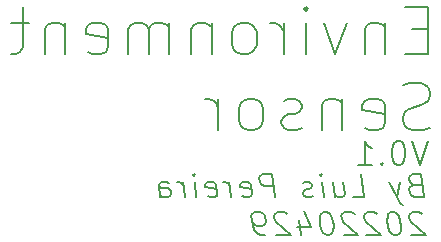
<source format=gbr>
%TF.GenerationSoftware,KiCad,Pcbnew,(6.0.4)*%
%TF.CreationDate,2022-04-29T21:33:46+01:00*%
%TF.ProjectId,environment_sensor,656e7669-726f-46e6-9d65-6e745f73656e,v0.1*%
%TF.SameCoordinates,Original*%
%TF.FileFunction,Legend,Bot*%
%TF.FilePolarity,Positive*%
%FSLAX46Y46*%
G04 Gerber Fmt 4.6, Leading zero omitted, Abs format (unit mm)*
G04 Created by KiCad (PCBNEW (6.0.4)) date 2022-04-29 21:33:46*
%MOMM*%
%LPD*%
G01*
G04 APERTURE LIST*
%ADD10C,0.160000*%
G04 APERTURE END LIST*
D10*
X197810285Y-100697142D02*
X197536476Y-100792380D01*
X197453142Y-100887619D01*
X197381714Y-101078095D01*
X197417428Y-101363809D01*
X197536476Y-101554285D01*
X197643619Y-101649523D01*
X197846000Y-101744761D01*
X198607904Y-101744761D01*
X198357904Y-99744761D01*
X197691238Y-99744761D01*
X197512666Y-99840000D01*
X197429333Y-99935238D01*
X197357904Y-100125714D01*
X197381714Y-100316190D01*
X197500761Y-100506666D01*
X197607904Y-100601904D01*
X197810285Y-100697142D01*
X198476952Y-100697142D01*
X196631714Y-100411428D02*
X196322190Y-101744761D01*
X195679333Y-100411428D02*
X196322190Y-101744761D01*
X196572190Y-102220952D01*
X196679333Y-102316190D01*
X196881714Y-102411428D01*
X192607904Y-101744761D02*
X193560285Y-101744761D01*
X193310285Y-99744761D01*
X190917428Y-100411428D02*
X191084095Y-101744761D01*
X191774571Y-100411428D02*
X191905523Y-101459047D01*
X191834095Y-101649523D01*
X191655523Y-101744761D01*
X191369809Y-101744761D01*
X191167428Y-101649523D01*
X191060285Y-101554285D01*
X190131714Y-101744761D02*
X189965047Y-100411428D01*
X189881714Y-99744761D02*
X189988857Y-99840000D01*
X189905523Y-99935238D01*
X189798380Y-99840000D01*
X189881714Y-99744761D01*
X189905523Y-99935238D01*
X189262666Y-101649523D02*
X189084095Y-101744761D01*
X188703142Y-101744761D01*
X188500761Y-101649523D01*
X188381714Y-101459047D01*
X188369809Y-101363809D01*
X188441238Y-101173333D01*
X188619809Y-101078095D01*
X188905523Y-101078095D01*
X189084095Y-100982857D01*
X189155523Y-100792380D01*
X189143619Y-100697142D01*
X189024571Y-100506666D01*
X188822190Y-100411428D01*
X188536476Y-100411428D01*
X188357904Y-100506666D01*
X186036476Y-101744761D02*
X185786476Y-99744761D01*
X185024571Y-99744761D01*
X184846000Y-99840000D01*
X184762666Y-99935238D01*
X184691238Y-100125714D01*
X184726952Y-100411428D01*
X184846000Y-100601904D01*
X184953142Y-100697142D01*
X185155523Y-100792380D01*
X185917428Y-100792380D01*
X183262666Y-101649523D02*
X183465047Y-101744761D01*
X183846000Y-101744761D01*
X184024571Y-101649523D01*
X184096000Y-101459047D01*
X184000761Y-100697142D01*
X183881714Y-100506666D01*
X183679333Y-100411428D01*
X183298380Y-100411428D01*
X183119809Y-100506666D01*
X183048380Y-100697142D01*
X183072190Y-100887619D01*
X184048380Y-101078095D01*
X182322190Y-101744761D02*
X182155523Y-100411428D01*
X182203142Y-100792380D02*
X182084095Y-100601904D01*
X181976952Y-100506666D01*
X181774571Y-100411428D01*
X181584095Y-100411428D01*
X180310285Y-101649523D02*
X180512666Y-101744761D01*
X180893619Y-101744761D01*
X181072190Y-101649523D01*
X181143619Y-101459047D01*
X181048380Y-100697142D01*
X180929333Y-100506666D01*
X180726952Y-100411428D01*
X180346000Y-100411428D01*
X180167428Y-100506666D01*
X180096000Y-100697142D01*
X180119809Y-100887619D01*
X181096000Y-101078095D01*
X179369809Y-101744761D02*
X179203142Y-100411428D01*
X179119809Y-99744761D02*
X179226952Y-99840000D01*
X179143619Y-99935238D01*
X179036476Y-99840000D01*
X179119809Y-99744761D01*
X179143619Y-99935238D01*
X178417428Y-101744761D02*
X178250761Y-100411428D01*
X178298380Y-100792380D02*
X178179333Y-100601904D01*
X178072190Y-100506666D01*
X177869809Y-100411428D01*
X177679333Y-100411428D01*
X176322190Y-101744761D02*
X176191238Y-100697142D01*
X176262666Y-100506666D01*
X176441238Y-100411428D01*
X176822190Y-100411428D01*
X177024571Y-100506666D01*
X176310285Y-101649523D02*
X176512666Y-101744761D01*
X176988857Y-101744761D01*
X177167428Y-101649523D01*
X177238857Y-101459047D01*
X177215047Y-101268571D01*
X177096000Y-101078095D01*
X176893619Y-100982857D01*
X176417428Y-100982857D01*
X176215047Y-100887619D01*
X198476952Y-103155238D02*
X198369809Y-103060000D01*
X198167428Y-102964761D01*
X197691238Y-102964761D01*
X197512666Y-103060000D01*
X197429333Y-103155238D01*
X197357904Y-103345714D01*
X197381714Y-103536190D01*
X197512666Y-103821904D01*
X198798380Y-104964761D01*
X197560285Y-104964761D01*
X196072190Y-102964761D02*
X195881714Y-102964761D01*
X195703142Y-103060000D01*
X195619809Y-103155238D01*
X195548380Y-103345714D01*
X195500761Y-103726666D01*
X195560285Y-104202857D01*
X195703142Y-104583809D01*
X195822190Y-104774285D01*
X195929333Y-104869523D01*
X196131714Y-104964761D01*
X196322190Y-104964761D01*
X196500761Y-104869523D01*
X196584095Y-104774285D01*
X196655523Y-104583809D01*
X196703142Y-104202857D01*
X196643619Y-103726666D01*
X196500761Y-103345714D01*
X196381714Y-103155238D01*
X196274571Y-103060000D01*
X196072190Y-102964761D01*
X194667428Y-103155238D02*
X194560285Y-103060000D01*
X194357904Y-102964761D01*
X193881714Y-102964761D01*
X193703142Y-103060000D01*
X193619809Y-103155238D01*
X193548380Y-103345714D01*
X193572190Y-103536190D01*
X193703142Y-103821904D01*
X194988857Y-104964761D01*
X193750761Y-104964761D01*
X192762666Y-103155238D02*
X192655523Y-103060000D01*
X192453142Y-102964761D01*
X191976952Y-102964761D01*
X191798380Y-103060000D01*
X191715047Y-103155238D01*
X191643619Y-103345714D01*
X191667428Y-103536190D01*
X191798380Y-103821904D01*
X193084095Y-104964761D01*
X191846000Y-104964761D01*
X190357904Y-102964761D02*
X190167428Y-102964761D01*
X189988857Y-103060000D01*
X189905523Y-103155238D01*
X189834095Y-103345714D01*
X189786476Y-103726666D01*
X189846000Y-104202857D01*
X189988857Y-104583809D01*
X190107904Y-104774285D01*
X190215047Y-104869523D01*
X190417428Y-104964761D01*
X190607904Y-104964761D01*
X190786476Y-104869523D01*
X190869809Y-104774285D01*
X190941238Y-104583809D01*
X190988857Y-104202857D01*
X190929333Y-103726666D01*
X190786476Y-103345714D01*
X190667428Y-103155238D01*
X190560285Y-103060000D01*
X190357904Y-102964761D01*
X188060285Y-103631428D02*
X188226952Y-104964761D01*
X188441238Y-102869523D02*
X189096000Y-104298095D01*
X187857904Y-104298095D01*
X187048380Y-103155238D02*
X186941238Y-103060000D01*
X186738857Y-102964761D01*
X186262666Y-102964761D01*
X186084095Y-103060000D01*
X186000761Y-103155238D01*
X185929333Y-103345714D01*
X185953142Y-103536190D01*
X186084095Y-103821904D01*
X187369809Y-104964761D01*
X186131714Y-104964761D01*
X185179333Y-104964761D02*
X184798380Y-104964761D01*
X184596000Y-104869523D01*
X184488857Y-104774285D01*
X184262666Y-104488571D01*
X184119809Y-104107619D01*
X184024571Y-103345714D01*
X184096000Y-103155238D01*
X184179333Y-103060000D01*
X184357904Y-102964761D01*
X184738857Y-102964761D01*
X184941238Y-103060000D01*
X185048380Y-103155238D01*
X185167428Y-103345714D01*
X185226952Y-103821904D01*
X185155523Y-104012380D01*
X185072190Y-104107619D01*
X184893619Y-104202857D01*
X184512666Y-104202857D01*
X184310285Y-104107619D01*
X184203142Y-104012380D01*
X184084095Y-103821904D01*
X198943719Y-87526985D02*
X197610385Y-87526985D01*
X197038957Y-89622223D02*
X198943719Y-89622223D01*
X198943719Y-85622223D01*
X197038957Y-85622223D01*
X195324671Y-86955557D02*
X195324671Y-89622223D01*
X195324671Y-87336509D02*
X195134195Y-87146033D01*
X194753242Y-86955557D01*
X194181814Y-86955557D01*
X193800861Y-87146033D01*
X193610385Y-87526985D01*
X193610385Y-89622223D01*
X192086576Y-86955557D02*
X191134195Y-89622223D01*
X190181814Y-86955557D01*
X188658004Y-89622223D02*
X188658004Y-86955557D01*
X188658004Y-85622223D02*
X188848480Y-85812700D01*
X188658004Y-86003176D01*
X188467528Y-85812700D01*
X188658004Y-85622223D01*
X188658004Y-86003176D01*
X186753242Y-89622223D02*
X186753242Y-86955557D01*
X186753242Y-87717461D02*
X186562766Y-87336509D01*
X186372290Y-87146033D01*
X185991338Y-86955557D01*
X185610385Y-86955557D01*
X183705623Y-89622223D02*
X184086576Y-89431747D01*
X184277052Y-89241271D01*
X184467528Y-88860319D01*
X184467528Y-87717461D01*
X184277052Y-87336509D01*
X184086576Y-87146033D01*
X183705623Y-86955557D01*
X183134195Y-86955557D01*
X182753242Y-87146033D01*
X182562766Y-87336509D01*
X182372290Y-87717461D01*
X182372290Y-88860319D01*
X182562766Y-89241271D01*
X182753242Y-89431747D01*
X183134195Y-89622223D01*
X183705623Y-89622223D01*
X180658004Y-86955557D02*
X180658004Y-89622223D01*
X180658004Y-87336509D02*
X180467528Y-87146033D01*
X180086576Y-86955557D01*
X179515147Y-86955557D01*
X179134195Y-87146033D01*
X178943719Y-87526985D01*
X178943719Y-89622223D01*
X177038957Y-89622223D02*
X177038957Y-86955557D01*
X177038957Y-87336509D02*
X176848480Y-87146033D01*
X176467528Y-86955557D01*
X175896100Y-86955557D01*
X175515147Y-87146033D01*
X175324671Y-87526985D01*
X175324671Y-89622223D01*
X175324671Y-87526985D02*
X175134195Y-87146033D01*
X174753242Y-86955557D01*
X174181814Y-86955557D01*
X173800861Y-87146033D01*
X173610385Y-87526985D01*
X173610385Y-89622223D01*
X170181814Y-89431747D02*
X170562766Y-89622223D01*
X171324671Y-89622223D01*
X171705623Y-89431747D01*
X171896100Y-89050795D01*
X171896100Y-87526985D01*
X171705623Y-87146033D01*
X171324671Y-86955557D01*
X170562766Y-86955557D01*
X170181814Y-87146033D01*
X169991338Y-87526985D01*
X169991338Y-87907938D01*
X171896100Y-88288890D01*
X168277052Y-86955557D02*
X168277052Y-89622223D01*
X168277052Y-87336509D02*
X168086576Y-87146033D01*
X167705623Y-86955557D01*
X167134195Y-86955557D01*
X166753242Y-87146033D01*
X166562766Y-87526985D01*
X166562766Y-89622223D01*
X165229433Y-86955557D02*
X163705623Y-86955557D01*
X164658004Y-85622223D02*
X164658004Y-89050795D01*
X164467528Y-89431747D01*
X164086576Y-89622223D01*
X163705623Y-89622223D01*
X199134195Y-95871747D02*
X198562766Y-96062223D01*
X197610385Y-96062223D01*
X197229433Y-95871747D01*
X197038957Y-95681271D01*
X196848480Y-95300319D01*
X196848480Y-94919366D01*
X197038957Y-94538414D01*
X197229433Y-94347938D01*
X197610385Y-94157461D01*
X198372290Y-93966985D01*
X198753242Y-93776509D01*
X198943719Y-93586033D01*
X199134195Y-93205080D01*
X199134195Y-92824128D01*
X198943719Y-92443176D01*
X198753242Y-92252700D01*
X198372290Y-92062223D01*
X197419909Y-92062223D01*
X196848480Y-92252700D01*
X193610385Y-95871747D02*
X193991338Y-96062223D01*
X194753242Y-96062223D01*
X195134195Y-95871747D01*
X195324671Y-95490795D01*
X195324671Y-93966985D01*
X195134195Y-93586033D01*
X194753242Y-93395557D01*
X193991338Y-93395557D01*
X193610385Y-93586033D01*
X193419909Y-93966985D01*
X193419909Y-94347938D01*
X195324671Y-94728890D01*
X191705623Y-93395557D02*
X191705623Y-96062223D01*
X191705623Y-93776509D02*
X191515147Y-93586033D01*
X191134195Y-93395557D01*
X190562766Y-93395557D01*
X190181814Y-93586033D01*
X189991338Y-93966985D01*
X189991338Y-96062223D01*
X188277052Y-95871747D02*
X187896100Y-96062223D01*
X187134195Y-96062223D01*
X186753242Y-95871747D01*
X186562766Y-95490795D01*
X186562766Y-95300319D01*
X186753242Y-94919366D01*
X187134195Y-94728890D01*
X187705623Y-94728890D01*
X188086576Y-94538414D01*
X188277052Y-94157461D01*
X188277052Y-93966985D01*
X188086576Y-93586033D01*
X187705623Y-93395557D01*
X187134195Y-93395557D01*
X186753242Y-93586033D01*
X184277052Y-96062223D02*
X184658004Y-95871747D01*
X184848480Y-95681271D01*
X185038957Y-95300319D01*
X185038957Y-94157461D01*
X184848480Y-93776509D01*
X184658004Y-93586033D01*
X184277052Y-93395557D01*
X183705623Y-93395557D01*
X183324671Y-93586033D01*
X183134195Y-93776509D01*
X182943719Y-94157461D01*
X182943719Y-95300319D01*
X183134195Y-95681271D01*
X183324671Y-95871747D01*
X183705623Y-96062223D01*
X184277052Y-96062223D01*
X181229433Y-96062223D02*
X181229433Y-93395557D01*
X181229433Y-94157461D02*
X181038957Y-93776509D01*
X180848480Y-93586033D01*
X180467528Y-93395557D01*
X180086576Y-93395557D01*
X198969023Y-96998661D02*
X198302357Y-98998661D01*
X197635690Y-96998661D01*
X196588071Y-96998661D02*
X196397595Y-96998661D01*
X196207119Y-97093900D01*
X196111880Y-97189138D01*
X196016642Y-97379614D01*
X195921404Y-97760566D01*
X195921404Y-98236757D01*
X196016642Y-98617709D01*
X196111880Y-98808185D01*
X196207119Y-98903423D01*
X196397595Y-98998661D01*
X196588071Y-98998661D01*
X196778547Y-98903423D01*
X196873785Y-98808185D01*
X196969023Y-98617709D01*
X197064261Y-98236757D01*
X197064261Y-97760566D01*
X196969023Y-97379614D01*
X196873785Y-97189138D01*
X196778547Y-97093900D01*
X196588071Y-96998661D01*
X195064261Y-98808185D02*
X194969023Y-98903423D01*
X195064261Y-98998661D01*
X195159500Y-98903423D01*
X195064261Y-98808185D01*
X195064261Y-98998661D01*
X193064261Y-98998661D02*
X194207119Y-98998661D01*
X193635690Y-98998661D02*
X193635690Y-96998661D01*
X193826166Y-97284376D01*
X194016642Y-97474852D01*
X194207119Y-97570090D01*
M02*

</source>
